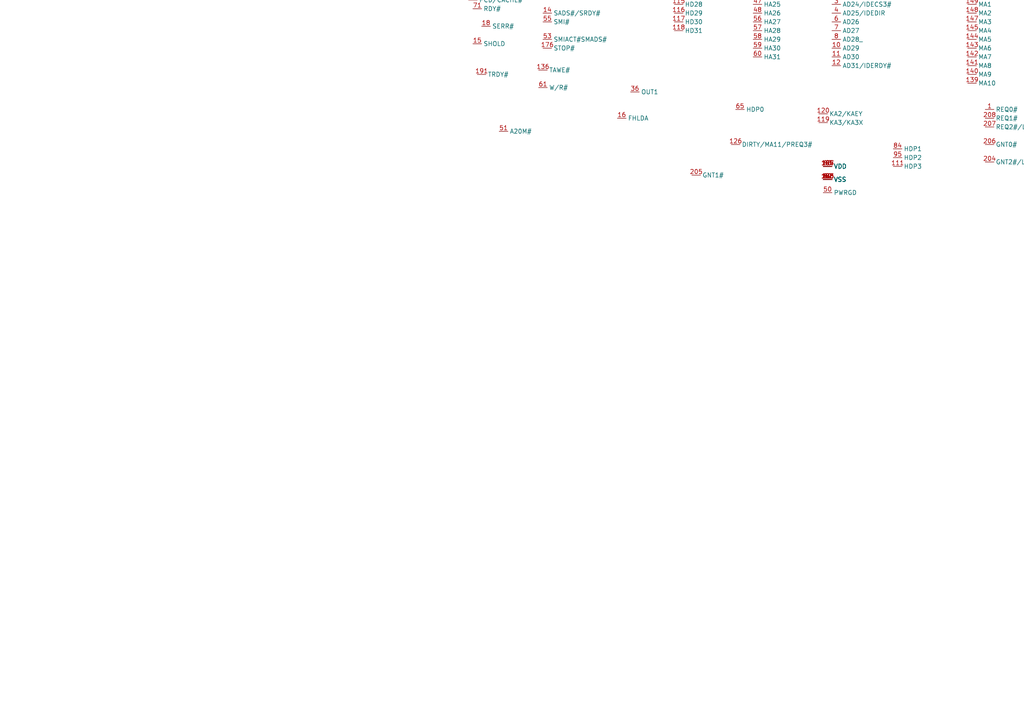
<source format=kicad_sch>
(kicad_sch (version 20250114) (generator "eeschema") (generator_version "9.0")
  (paper "A4")
  (lib_symbols
    (symbol "New_Library:85C496"
      (property "Reference" "U" (at 33.02 95.25 0))
      (symbol "85C496_0_0"
        (pin unspecified line (at 0 181.61 0) (length 2.54) (name "ADS#") (number "62"))
        (pin unspecified line (at 0 173.99 0) (length 2.54) (name "HDLA") (number "104"))
        (pin unspecified line (at 0 140.97 0) (length 2.54) (name "PCICLK") (number "185"))
        (pin unspecified line (at 0 138.43 0) (length 2.54) (name "PCD/CACHE#") (number "70"))
        (pin unspecified line (at 1.27 199.39 0) (length 2.54) (name "AHOLD") (number "108"))
        (pin unspecified line (at 1.27 186.69 0) (length 2.54) (name "DEVSEL#") (number "190"))
        (pin unspecified line (at 1.27 176.53 0) (length 2.54) (name "HOLD") (number "109"))
        (pin unspecified line (at 1.27 171.45 0) (length 2.54) (name "IRDY#") (number "192"))
        (pin unspecified line (at 1.27 135.89 0) (length 2.54) (name "RDY#") (number "71"))
        (pin unspecified line (at 1.27 125.73 0) (length 2.54) (name "SHOLD") (number "15"))
        (pin unspecified line (at 2.54 116.84 0) (length 2.54) (name "TRDY#") (number "191"))
        (pin unspecified line (at 3.81 130.81 0) (length 2.54) (name "SERR#") (number "18"))
        (pin unspecified line (at 5.08 143.51 0) (length 2.54) (name "MWE#") (number "137"))
        (pin unspecified line (at 8.89 100.33 0) (length 2.54) (name "A20M#") (number "51"))
        (pin unspecified line (at 20.32 118.11 0) (length 2.54) (name "TAWE#") (number "136"))
        (pin unspecified line (at 20.32 113.03 0) (length 2.54) (name "W/R#") (number "61"))
        (pin unspecified line (at 21.59 200.66 0) (length 2.54) (name "ACLK") (number "31"))
        (pin unspecified line (at 21.59 198.12 0) (length 2.54) (name "BRDY#") (number "73"))
        (pin unspecified line (at 21.59 195.58 0) (length 2.54) (name "CPUCLK") (number "81"))
        (pin unspecified line (at 21.59 190.5 0) (length 2.54) (name "D/C#") (number "63"))
        (pin unspecified line (at 21.59 187.96 0) (length 2.54) (name "DEVDET#") (number "17"))
        (pin unspecified line (at 21.59 185.42 0) (length 2.54) (name "DIRTYWE#/PGNT3#") (number "127"))
        (pin unspecified line (at 21.59 182.88 0) (length 2.54) (name "EADS#") (number "79"))
        (pin unspecified line (at 21.59 180.34 0) (length 2.54) (name "FADS#/FRDY#") (number "13"))
        (pin unspecified line (at 21.59 177.8 0) (length 2.54) (name "FRAME#") (number "194"))
        (pin unspecified line (at 21.59 175.26 0) (length 2.54) (name "HITM#") (number "27"))
        (pin unspecified line (at 21.59 170.18 0) (length 2.54) (name "INIT") (number "54"))
        (pin unspecified line (at 21.59 167.64 0) (length 2.54) (name "KEN#") (number "52"))
        (pin unspecified line (at 21.59 165.1 0) (length 2.54) (name "KREX#") (number "125"))
        (pin unspecified line (at 21.59 162.56 0) (length 2.54) (name "KREY#") (number "124"))
        (pin unspecified line (at 21.59 157.48 0) (length 2.54) (name "KWEX#") (number "122"))
        (pin unspecified line (at 21.59 154.94 0) (length 2.54) (name "KWEY#") (number "121"))
        (pin unspecified line (at 21.59 152.4 0) (length 2.54) (name "LOCK#") (number "177"))
        (pin unspecified line (at 21.59 147.32 0) (length 2.54) (name "LBIDE#") (number "152"))
        (pin unspecified line (at 21.59 144.78 0) (length 2.54) (name "M/IO#") (number "64"))
        (pin unspecified line (at 21.59 142.24 0) (length 2.54) (name "MRE#") (number "138"))
        (pin unspecified line (at 21.59 139.7 0) (length 2.54) (name "PAR") (number "165"))
        (pin unspecified line (at 21.59 134.62 0) (length 2.54) (name "SADS#/SRDY#") (number "14"))
        (pin unspecified line (at 21.59 132.08 0) (length 2.54) (name "SMI#") (number "55"))
        (pin unspecified line (at 21.59 127 0) (length 2.54) (name "SMIACT#SMADS#") (number "53"))
        (pin unspecified line (at 21.59 124.46 0) (length 2.54) (name "STOP#") (number "176"))
        (pin unspecified line (at 43.18 104.14 0) (length 2.54) (name "FHLDA") (number "16"))
        (pin unspecified line (at 46.99 111.76 0) (length 2.54) (name "OUT1") (number "36"))
        (pin unspecified line (at 59.69 208.28 0) (length 2.54) (name "HD0") (number "66"))
        (pin unspecified line (at 59.69 205.74 0) (length 2.54) (name "HD1") (number "67"))
        (pin unspecified line (at 59.69 203.2 0) (length 2.54) (name "HD2") (number "68"))
        (pin unspecified line (at 59.69 200.66 0) (length 2.54) (name "HD3") (number "69"))
        (pin unspecified line (at 59.69 198.12 0) (length 2.54) (name "HD4") (number "75"))
        (pin unspecified line (at 59.69 195.58 0) (length 2.54) (name "HD5") (number "76"))
        (pin unspecified line (at 59.69 193.04 0) (length 2.54) (name "HD6") (number "77"))
        (pin unspecified line (at 59.69 190.5 0) (length 2.54) (name "HD7") (number "78"))
        (pin unspecified line (at 59.69 187.96 0) (length 2.54) (name "HD8") (number "85"))
        (pin unspecified line (at 59.69 185.42 0) (length 2.54) (name "HD9") (number "86"))
        (pin unspecified line (at 59.69 182.88 0) (length 2.54) (name "HD10") (number "87"))
        (pin unspecified line (at 59.69 180.34 0) (length 2.54) (name "HD11") (number "88"))
        (pin unspecified line (at 59.69 177.8 0) (length 2.54) (name "HD12") (number "89"))
        (pin unspecified line (at 59.69 175.26 0) (length 2.54) (name "HD13") (number "91"))
        (pin unspecified line (at 59.69 172.72 0) (length 2.54) (name "HD14") (number "92"))
        (pin unspecified line (at 59.69 170.18 0) (length 2.54) (name "HD15") (number "93"))
        (pin unspecified line (at 59.69 167.64 0) (length 2.54) (name "HD16") (number "96"))
        (pin unspecified line (at 59.69 165.1 0) (length 2.54) (name "HD17") (number "97"))
        (pin unspecified line (at 59.69 162.56 0) (length 2.54) (name "HD18") (number "98"))
        (pin unspecified line (at 59.69 160.02 0) (length 2.54) (name "HD19") (number "99"))
        (pin unspecified line (at 59.69 157.48 0) (length 2.54) (name "HD20") (number "100"))
        (pin unspecified line (at 59.69 154.94 0) (length 2.54) (name "HD21") (number "101"))
        (pin unspecified line (at 59.69 152.4 0) (length 2.54) (name "HD22") (number "102"))
        (pin unspecified line (at 59.69 149.86 0) (length 2.54) (name "HD23") (number "103"))
        (pin unspecified line (at 59.69 147.32 0) (length 2.54) (name "HD24") (number "105"))
        (pin unspecified line (at 59.69 144.78 0) (length 2.54) (name "HD25") (number "112"))
        (pin unspecified line (at 59.69 142.24 0) (length 2.54) (name "HD26") (number "113"))
        (pin unspecified line (at 59.69 139.7 0) (length 2.54) (name "HD27") (number "114"))
        (pin unspecified line (at 59.69 137.16 0) (length 2.54) (name "HD28") (number "115"))
        (pin unspecified line (at 59.69 134.62 0) (length 2.54) (name "HD29") (number "116"))
        (pin unspecified line (at 59.69 132.08 0) (length 2.54) (name "HD30") (number "117"))
        (pin unspecified line (at 59.69 129.54 0) (length 2.54) (name "HD31") (number "118"))
        (pin unspecified line (at 64.77 87.63 0) (length 2.54) (name "GNT1#") (number "205"))
        (pin unspecified line (at 76.2 96.52 0) (length 2.54) (name "DIRTY/MA11/PREQ3#") (number "126"))
        (pin unspecified line (at 77.47 106.68 0) (length 2.54) (name "HDP0") (number "65"))
        (pin unspecified line (at 82.55 195.58 0) (length 2.54) (name "HA2") (number "19"))
        (pin unspecified line (at 82.55 193.04 0) (length 2.54) (name "HA3") (number "20"))
        (pin unspecified line (at 82.55 190.5 0) (length 2.54) (name "HA4") (number "21"))
        (pin unspecified line (at 82.55 187.96 0) (length 2.54) (name "HA5") (number "22"))
        (pin unspecified line (at 82.55 185.42 0) (length 2.54) (name "HA6") (number "23"))
        (pin unspecified line (at 82.55 182.88 0) (length 2.54) (name "HA7") (number "24"))
        (pin unspecified line (at 82.55 180.34 0) (length 2.54) (name "HA8") (number "25"))
        (pin unspecified line (at 82.55 177.8 0) (length 2.54) (name "HA9") (number "26"))
        (pin unspecified line (at 82.55 175.26 0) (length 2.54) (name "HA10") (number "28"))
        (pin unspecified line (at 82.55 172.72 0) (length 2.54) (name "HA11") (number "29"))
        (pin unspecified line (at 82.55 170.18 0) (length 2.54) (name "HA12") (number "30"))
        (pin unspecified line (at 82.55 167.64 0) (length 2.54) (name "HA13") (number "33"))
        (pin unspecified line (at 82.55 165.1 0) (length 2.54) (name "HA14") (number "34"))
        (pin unspecified line (at 82.55 162.56 0) (length 2.54) (name "HA15") (number "35"))
        (pin unspecified line (at 82.55 160.02 0) (length 2.54) (name "HA16") (number "37"))
        (pin unspecified line (at 82.55 157.48 0) (length 2.54) (name "HA17") (number "38"))
        (pin unspecified line (at 82.55 154.94 0) (length 2.54) (name "HA18") (number "39"))
        (pin unspecified line (at 82.55 152.4 0) (length 2.54) (name "HA19") (number "40"))
        (pin unspecified line (at 82.55 149.86 0) (length 2.54) (name "HA20") (number "41"))
        (pin unspecified line (at 82.55 147.32 0) (length 2.54) (name "HA21") (number "42"))
        (pin unspecified line (at 82.55 144.78 0) (length 2.54) (name "HA22") (number "44"))
        (pin unspecified line (at 82.55 142.24 0) (length 2.54) (name "HA23") (number "45"))
        (pin unspecified line (at 82.55 139.7 0) (length 2.54) (name "HA24") (number "46"))
        (pin unspecified line (at 82.55 137.16 0) (length 2.54) (name "HA25") (number "47"))
        (pin unspecified line (at 82.55 134.62 0) (length 2.54) (name "HA26") (number "48"))
        (pin unspecified line (at 82.55 132.08 0) (length 2.54) (name "HA27") (number "56"))
        (pin unspecified line (at 82.55 129.54 0) (length 2.54) (name "HA28") (number "57"))
        (pin unspecified line (at 82.55 127 0) (length 2.54) (name "HA29") (number "58"))
        (pin unspecified line (at 82.55 124.46 0) (length 2.54) (name "HA30") (number "59"))
        (pin unspecified line (at 82.55 121.92 0) (length 2.54) (name "HA31") (number "60"))
        (pin unspecified line (at 101.6 105.41 0) (length 2.54) (name "KA2/KAEY") (number "120"))
        (pin unspecified line (at 101.6 102.87 0) (length 2.54) (name "KA3/KA3X") (number "119"))
        (pin unspecified line (at 102.87 90.17 0) (length 2.54) (name "VDD") (number "107"))
        (pin unspecified line (at 102.87 90.17 0) (length 2.54) (name "VDD") (number "146"))
        (pin unspecified line (at 102.87 90.17 0) (length 2.54) (name "VDD") (number "184"))
        (pin unspecified line (at 102.87 90.17 0) (length 2.54) (name "VDD") (number "43"))
        (pin unspecified line (at 102.87 90.17 0) (length 2.54) (name "VDD") (number "80"))
        (pin unspecified line (at 102.87 90.17 0) (length 2.54) (name "VDD") (number "9"))
        (pin unspecified line (at 102.87 86.36 0) (length 2.54) (name "VSS") (number "106"))
        (pin unspecified line (at 102.87 86.36 0) (length 2.54) (name "VSS") (number "123"))
        (pin unspecified line (at 102.87 86.36 0) (length 2.54) (name "VSS") (number "150"))
        (pin unspecified line (at 102.87 86.36 0) (length 2.54) (name "VSS") (number "175"))
        (pin unspecified line (at 102.87 86.36 0) (length 2.54) (name "VSS") (number "186"))
        (pin unspecified line (at 102.87 86.36 0) (length 2.54) (name "VSS") (number "193"))
        (pin unspecified line (at 102.87 86.36 0) (length 2.54) (name "VSS") (number "32"))
        (pin unspecified line (at 102.87 86.36 0) (length 2.54) (name "VSS") (number "49"))
        (pin unspecified line (at 102.87 86.36 0) (length 2.54) (name "VSS") (number "5"))
        (pin unspecified line (at 102.87 86.36 0) (length 2.54) (name "VSS") (number "72"))
        (pin unspecified line (at 102.87 86.36 0) (length 2.54) (name "VSS") (number "82"))
        (pin unspecified line (at 102.87 86.36 0) (length 2.54) (name "VSS") (number "90"))
        (pin unspecified line (at 102.87 82.55 0) (length 2.54) (name "PWRGD") (number "50"))
        (pin unspecified line (at 105.41 198.12 0) (length 2.54) (name "AD0/IDED0") (number "166"))
        (pin unspecified line (at 105.41 195.58 0) (length 2.54) (name "AD1/IDED1") (number "167"))
        (pin unspecified line (at 105.41 193.04 0) (length 2.54) (name "AD2/IDED2") (number "168"))
        (pin unspecified line (at 105.41 190.5 0) (length 2.54) (name "AD3/IDED3") (number "169"))
        (pin unspecified line (at 105.41 187.96 0) (length 2.54) (name "AD4/IDED4") (number "170"))
        (pin unspecified line (at 105.41 185.42 0) (length 2.54) (name "AD5/IDED5") (number "171"))
        (pin unspecified line (at 105.41 182.88 0) (length 2.54) (name "AD6/IDED6") (number "172"))
        (pin unspecified line (at 105.41 180.34 0) (length 2.54) (name "AD7/IDED7") (number "173"))
        (pin unspecified line (at 105.41 177.8 0) (length 2.54) (name "AD8/IDED8") (number "178"))
        (pin unspecified line (at 105.41 175.26 0) (length 2.54) (name "AD9/IDED9") (number "179"))
        (pin unspecified line (at 105.41 172.72 0) (length 2.54) (name "AD10/IDED10") (number "180"))
        (pin unspecified line (at 105.41 170.18 0) (length 2.54) (name "AD11/IDED11") (number "181"))
        (pin unspecified line (at 105.41 167.64 0) (length 2.54) (name "AD12/IDED12") (number "182"))
        (pin unspecified line (at 105.41 165.1 0) (length 2.54) (name "AD13/IDED13") (number "183"))
        (pin unspecified line (at 105.41 162.56 0) (length 2.54) (name "AD14/IDED14") (number "187"))
        (pin unspecified line (at 105.41 160.02 0) (length 2.54) (name "AD15/IDED15") (number "188"))
        (pin unspecified line (at 105.41 157.48 0) (length 2.54) (name "AD16/IDE0WR#") (number "195"))
        (pin unspecified line (at 105.41 154.94 0) (length 2.54) (name "AD17/IDE0RD#") (number "196"))
        (pin unspecified line (at 105.41 152.4 0) (length 2.54) (name "AD18/IDE1WR#") (number "197"))
        (pin unspecified line (at 105.41 149.86 0) (length 2.54) (name "AD19/IDE1RD#") (number "198"))
        (pin unspecified line (at 105.41 147.32 0) (length 2.54) (name "AD20/IDEA0") (number "199"))
        (pin unspecified line (at 105.41 144.78 0) (length 2.54) (name "AD21/IDEA1") (number "200"))
        (pin unspecified line (at 105.41 142.24 0) (length 2.54) (name "AD22/IDEA2") (number "201"))
        (pin unspecified line (at 105.41 139.7 0) (length 2.54) (name "AD23/IDECS1#") (number "202"))
        (pin unspecified line (at 105.41 137.16 0) (length 2.54) (name "AD24/IDECS3#") (number "3"))
        (pin unspecified line (at 105.41 134.62 0) (length 2.54) (name "AD25/IDEDIR") (number "4"))
        (pin unspecified line (at 105.41 132.08 0) (length 2.54) (name "AD26") (number "6"))
        (pin unspecified line (at 105.41 129.54 0) (length 2.54) (name "AD27") (number "7"))
        (pin unspecified line (at 105.41 127 0) (length 2.54) (name "AD28_") (number "8"))
        (pin unspecified line (at 105.41 124.46 0) (length 2.54) (name "AD29") (number "10"))
        (pin unspecified line (at 105.41 121.92 0) (length 2.54) (name "AD30") (number "11"))
        (pin unspecified line (at 105.41 119.38 0) (length 2.54) (name "AD31/IDERDY#") (number "12"))
        (pin unspecified line (at 123.19 95.25 0) (length 2.54) (name "HDP1") (number "84"))
        (pin unspecified line (at 123.19 92.71 0) (length 2.54) (name "HDP2") (number "95"))
        (pin unspecified line (at 123.19 90.17 0) (length 2.54) (name "HDP3") (number "111"))
        (pin unspecified line (at 142.24 179.07 0) (length 2.54) (name "TA0") (number "135"))
        (pin unspecified line (at 142.24 176.53 0) (length 2.54) (name "TA1") (number "134"))
        (pin unspecified line (at 142.24 173.99 0) (length 2.54) (name "TA2") (number "133"))
        (pin unspecified line (at 142.24 171.45 0) (length 2.54) (name "TA3") (number "132"))
        (pin unspecified line (at 142.24 168.91 0) (length 2.54) (name "TA4") (number "131"))
        (pin unspecified line (at 142.24 166.37 0) (length 2.54) (name "TA5") (number "130"))
        (pin unspecified line (at 142.24 163.83 0) (length 2.54) (name "TA6") (number "129"))
        (pin unspecified line (at 142.24 161.29 0) (length 2.54) (name "TA7/DIRTY") (number "128"))
        (pin unspecified line (at 144.78 139.7 0) (length 2.54) (name "MA0") (number "151"))
        (pin unspecified line (at 144.78 137.16 0) (length 2.54) (name "MA1") (number "149"))
        (pin unspecified line (at 144.78 134.62 0) (length 2.54) (name "MA2") (number "148"))
        (pin unspecified line (at 144.78 132.08 0) (length 2.54) (name "MA3") (number "147"))
        (pin unspecified line (at 144.78 129.54 0) (length 2.54) (name "MA4") (number "145"))
        (pin unspecified line (at 144.78 127 0) (length 2.54) (name "MA5") (number "144"))
        (pin unspecified line (at 144.78 124.46 0) (length 2.54) (name "MA6") (number "143"))
        (pin unspecified line (at 144.78 121.92 0) (length 2.54) (name "MA7") (number "142"))
        (pin unspecified line (at 144.78 119.38 0) (length 2.54) (name "MA8") (number "141"))
        (pin unspecified line (at 144.78 116.84 0) (length 2.54) (name "MA9") (number "140"))
        (pin unspecified line (at 144.78 114.3 0) (length 2.54) (name "MA10") (number "139"))
        (pin unspecified line (at 149.86 106.68 0) (length 2.54) (name "REQ0#") (number "1"))
        (pin unspecified line (at 149.86 104.14 0) (length 2.54) (name "REQ1#") (number "208"))
        (pin unspecified line (at 149.86 101.6 0) (length 2.54) (name "REQ2#/LBD#") (number "207"))
        (pin unspecified line (at 149.86 96.52 0) (length 2.54) (name "GNT0#") (number "206"))
        (pin unspecified line (at 149.86 91.44 0) (length 2.54) (name "GNT2#/LRDY#") (number "204"))
        (pin unspecified line (at 171.45 176.53 0) (length 2.54) (name "RAS5#/HLOCK#/RC#") (number "159"))
        (pin unspecified line (at 171.45 173.99 0) (length 2.54) (name "RAS6#/BOFF#") (number "158"))
        (pin unspecified line (at 171.45 171.45 0) (length 2.54) (name "RAS7#/MA11") (number "157"))
        (pin unspecified line (at 171.45 134.62 0) (length 2.54) (name "BE0#") (number "74"))
        (pin unspecified line (at 171.45 132.08 0) (length 2.54) (name "BE1#") (number "83"))
        (pin unspecified line (at 171.45 129.54 0) (length 2.54) (name "BE2#") (number "94"))
        (pin unspecified line (at 171.45 127 0) (length 2.54) (name "BE3#") (number "110"))
        (pin unspecified line (at 171.45 115.57 0) (length 2.54) (name "C/BE0#") (number "174"))
        (pin unspecified line (at 171.45 113.03 0) (length 2.54) (name "C/BE1#") (number "189"))
        (pin unspecified line (at 171.45 110.49 0) (length 2.54) (name "C/BE2#") (number "203"))
        (pin unspecified line (at 171.45 107.95 0) (length 2.54) (name "C/BE3#") (number "2"))
        (pin unspecified line (at 172.72 189.23 0) (length 2.54) (name "RAS0#") (number "164"))
        (pin unspecified line (at 172.72 186.69 0) (length 2.54) (name "RAS1#") (number "163"))
        (pin unspecified line (at 172.72 184.15 0) (length 2.54) (name "RAS2#") (number "162"))
        (pin unspecified line (at 172.72 181.61 0) (length 2.54) (name "RAS3#") (number "161"))
        (pin unspecified line (at 172.72 179.07 0) (length 2.54) (name "RAS4#") (number "160"))
        (pin unspecified line (at 172.72 154.94 0) (length 2.54) (name "CAS0#") (number "156"))
        (pin unspecified line (at 172.72 152.4 0) (length 2.54) (name "CAS1#") (number "155"))
        (pin unspecified line (at 172.72 149.86 0) (length 2.54) (name "CAS2#") (number "154"))
        (pin unspecified line (at 172.72 147.32 0) (length 2.54) (name "CAS3#") (number "153"))
      )
    )
  )
  (symbol (lib_id "New_Library:85C496") (at 135.89 138.43 0) (unit 1)
    (property "Reference" "U1" (at 139.7 -10.1601 0) (effects (justify left)))
    (property "Value" "~" (at 139.7 -7.6201 0) (effects (justify left)))
    (property "Footprint" "Library:85c496" (effects (hide yes)))
  )
)
</source>
